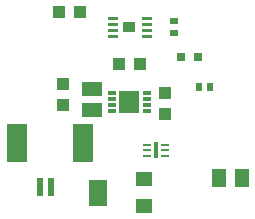
<source format=gbr>
G04 EAGLE Gerber RS-274X export*
G75*
%MOMM*%
%FSLAX34Y34*%
%LPD*%
%INSolderpaste Top*%
%IPPOS*%
%AMOC8*
5,1,8,0,0,1.08239X$1,22.5*%
G01*
%ADD10R,1.020000X0.900000*%
%ADD11C,0.067500*%
%ADD12R,0.700000X0.600000*%
%ADD13R,1.050000X1.080000*%
%ADD14R,0.800000X0.800000*%
%ADD15R,0.600000X0.700000*%
%ADD16R,0.800000X0.300000*%
%ADD17R,1.750000X1.900000*%
%ADD18R,1.080000X1.050000*%
%ADD19R,0.711200X0.254000*%
%ADD20R,0.381000X1.320800*%
%ADD21R,0.560000X1.500000*%
%ADD22R,1.500000X2.300000*%
%ADD23R,1.400000X1.300000*%
%ADD24R,1.800000X3.200000*%
%ADD25R,1.300000X1.500000*%
%ADD26R,1.803400X1.155700*%


D10*
X114300Y177800D03*
D11*
X103813Y184287D02*
X96087Y184287D01*
X96087Y186313D01*
X103813Y186313D01*
X103813Y184287D01*
X103813Y184928D02*
X96087Y184928D01*
X96087Y185569D02*
X103813Y185569D01*
X103813Y186210D02*
X96087Y186210D01*
X96087Y179287D02*
X103813Y179287D01*
X96087Y179287D02*
X96087Y181313D01*
X103813Y181313D01*
X103813Y179287D01*
X103813Y179928D02*
X96087Y179928D01*
X96087Y180569D02*
X103813Y180569D01*
X103813Y181210D02*
X96087Y181210D01*
X96087Y174287D02*
X103813Y174287D01*
X96087Y174287D02*
X96087Y176313D01*
X103813Y176313D01*
X103813Y174287D01*
X103813Y174928D02*
X96087Y174928D01*
X96087Y175569D02*
X103813Y175569D01*
X103813Y176210D02*
X96087Y176210D01*
X96087Y169287D02*
X103813Y169287D01*
X96087Y169287D02*
X96087Y171313D01*
X103813Y171313D01*
X103813Y169287D01*
X103813Y169928D02*
X96087Y169928D01*
X96087Y170569D02*
X103813Y170569D01*
X103813Y171210D02*
X96087Y171210D01*
X124787Y169287D02*
X132513Y169287D01*
X124787Y169287D02*
X124787Y171313D01*
X132513Y171313D01*
X132513Y169287D01*
X132513Y169928D02*
X124787Y169928D01*
X124787Y170569D02*
X132513Y170569D01*
X132513Y171210D02*
X124787Y171210D01*
X124787Y174287D02*
X132513Y174287D01*
X124787Y174287D02*
X124787Y176313D01*
X132513Y176313D01*
X132513Y174287D01*
X132513Y174928D02*
X124787Y174928D01*
X124787Y175569D02*
X132513Y175569D01*
X132513Y176210D02*
X124787Y176210D01*
X124787Y179287D02*
X132513Y179287D01*
X124787Y179287D02*
X124787Y181313D01*
X132513Y181313D01*
X132513Y179287D01*
X132513Y179928D02*
X124787Y179928D01*
X124787Y180569D02*
X132513Y180569D01*
X132513Y181210D02*
X124787Y181210D01*
X124787Y184287D02*
X132513Y184287D01*
X124787Y184287D02*
X124787Y186313D01*
X132513Y186313D01*
X132513Y184287D01*
X132513Y184928D02*
X124787Y184928D01*
X124787Y185569D02*
X132513Y185569D01*
X132513Y186210D02*
X124787Y186210D01*
D12*
X152400Y172800D03*
X152400Y182800D03*
D13*
X54750Y190500D03*
X72250Y190500D03*
X105550Y146050D03*
X123050Y146050D03*
D14*
X172600Y152400D03*
X157600Y152400D03*
D15*
X172800Y127000D03*
X182800Y127000D03*
D16*
X99300Y121800D03*
X99300Y116800D03*
X99300Y111800D03*
X99300Y106800D03*
X129300Y106800D03*
X129300Y111800D03*
X129300Y116800D03*
X129300Y121800D03*
D17*
X114300Y114300D03*
D18*
X144780Y121780D03*
X144780Y104280D03*
X57800Y129270D03*
X57800Y111770D03*
D19*
X129527Y78190D03*
X129527Y73190D03*
X129527Y68190D03*
X144513Y68190D03*
X144513Y73190D03*
X144513Y78190D03*
D20*
X137020Y73190D03*
D21*
X47780Y41910D03*
X38180Y41910D03*
D22*
X87790Y37540D03*
D23*
X126290Y26040D03*
X126290Y49040D03*
D24*
X18830Y79530D03*
X74830Y79530D03*
D25*
X209500Y50000D03*
X190500Y50000D03*
D26*
X82870Y125347D03*
X82870Y107694D03*
M02*

</source>
